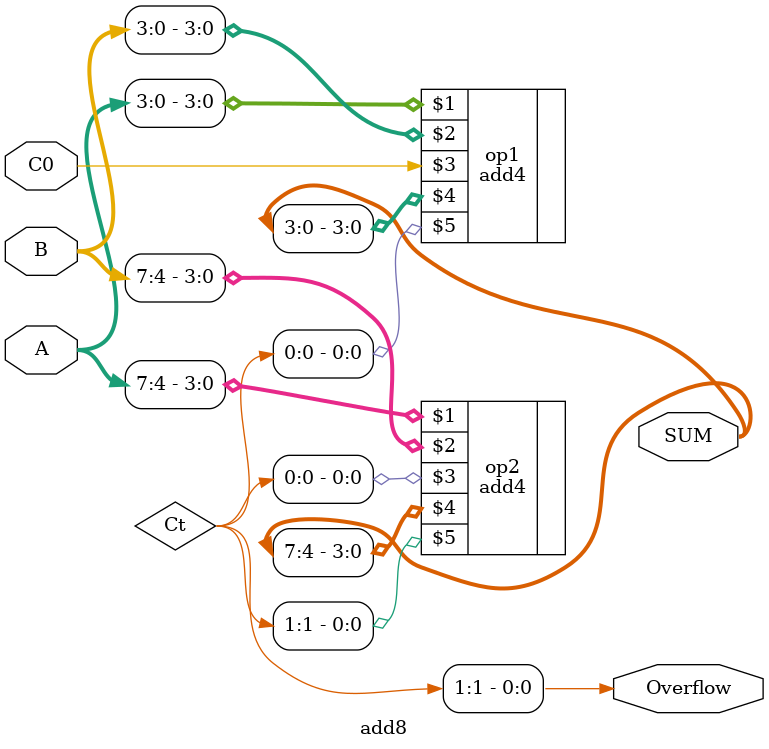
<source format=v>
`timescale 1ns / 1ps
module add8(
    input [7:0]A,
    input [7:0]B,
    input C0,
    output [7:0]SUM,
    output Overflow
    );
	 wire[1:0]Ct;
	 add4 op1(A[3:0], B[3:0], C0, SUM[3:0], Ct[0]);
	 add4 op2(A[7:4], B[7:4], Ct[0], SUM[7:4], Ct[1]);
	 assign Overflow = Ct[1];

endmodule

</source>
